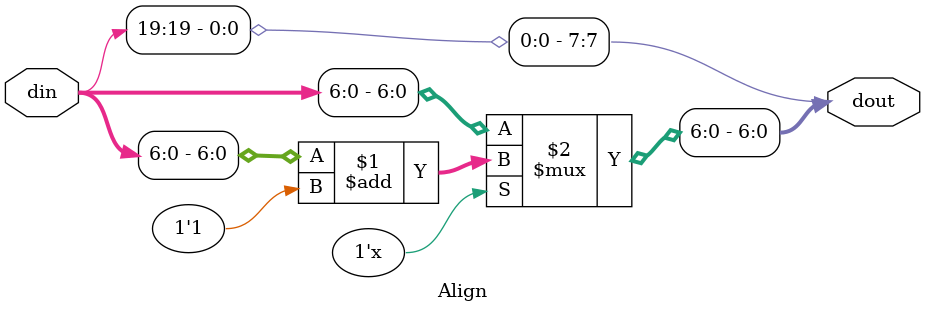
<source format=v>
module Align #(
    parameter               Width = 20,
    parameter               BP_S0 = 1,
    parameter               BP_S1 = 1,
    parameter               BP_D = 2
)   (
    input   wire    [Width-1:0]  din,
    output  wire    [7:0]        dout
);

generate
    if(BP_S1 + BP_S0 < BP_D) begin : left_shift_boom

        wire [BP_D - BP_S0 - BP_S1 - 1: 0] zero;
        assign zero = 0;
        assign dout[6:0] = {din[6 - (BP_D - BP_S0 - BP_S1) : 0],zero};

    end else if(BP_S0 + BP_S1 > BP_D + Width - 8) begin : right_shift_boom

        wire [BP_S0 + BP_S1 - BP_D - Width + 7: 0] zero;
        assign zero = 0;
        assign dout[6:0] = din[BP_S0 + BP_S1 - BP_D - 1] ? {zero,din[Width - 2 : BP_S0 + BP_S1 - BP_D]} + 1'b1 : {zero,din[Width - 2 : BP_S0 + BP_S1 - BP_D]};

    end else begin : no_shift

        assign dout[6:0] = din[BP_S0 + BP_S1 - BP_D - 1] ? din[6 - BP_D + BP_S0 + BP_S1 : BP_S0 + BP_S1 - BP_D] + 1'b1 : din[6 - BP_D + BP_S0 + BP_S1 : BP_S0 + BP_S1 - BP_D];

    end
endgenerate

assign dout[7] = din[Width - 1];

endmodule
</source>
